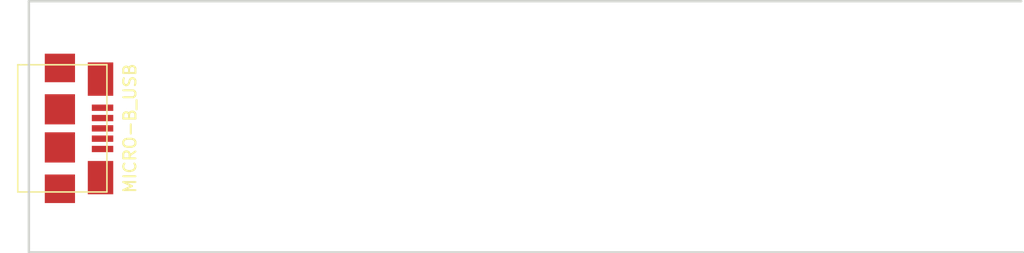
<source format=kicad_pcb>
(kicad_pcb (version 4) (host pcbnew 4.0.4+e1-6308~48~ubuntu16.04.1-stable)

  (general
    (links 0)
    (no_connects 0)
    (area 0 0 0 0)
    (thickness 1.6)
    (drawings 3)
    (tracks 0)
    (zones 0)
    (modules 1)
    (nets 1)
  )

  (page A4)
  (layers
    (0 F.Cu signal)
    (31 B.Cu signal)
    (32 B.Adhes user)
    (33 F.Adhes user)
    (34 B.Paste user)
    (35 F.Paste user)
    (36 B.SilkS user)
    (37 F.SilkS user)
    (38 B.Mask user)
    (39 F.Mask user)
    (40 Dwgs.User user)
    (41 Cmts.User user)
    (42 Eco1.User user)
    (43 Eco2.User user)
    (44 Edge.Cuts user)
    (45 Margin user)
    (46 B.CrtYd user)
    (47 F.CrtYd user)
    (48 B.Fab user)
    (49 F.Fab user)
  )

  (setup
    (last_trace_width 0.25)
    (trace_clearance 0.2)
    (zone_clearance 0.508)
    (zone_45_only no)
    (trace_min 0.2)
    (segment_width 0.2)
    (edge_width 0.15)
    (via_size 0.6)
    (via_drill 0.4)
    (via_min_size 0.4)
    (via_min_drill 0.3)
    (uvia_size 0.3)
    (uvia_drill 0.1)
    (uvias_allowed no)
    (uvia_min_size 0.2)
    (uvia_min_drill 0.1)
    (pcb_text_width 0.3)
    (pcb_text_size 1.5 1.5)
    (mod_edge_width 0.15)
    (mod_text_size 1 1)
    (mod_text_width 0.15)
    (pad_size 1.524 1.524)
    (pad_drill 0.762)
    (pad_to_mask_clearance 0.2)
    (aux_axis_origin 0 0)
    (visible_elements FFFFFF7F)
    (pcbplotparams
      (layerselection 0x00030_80000001)
      (usegerberextensions false)
      (excludeedgelayer true)
      (linewidth 0.100000)
      (plotframeref false)
      (viasonmask false)
      (mode 1)
      (useauxorigin false)
      (hpglpennumber 1)
      (hpglpenspeed 20)
      (hpglpendiameter 15)
      (hpglpenoverlay 2)
      (psnegative false)
      (psa4output false)
      (plotreference true)
      (plotvalue true)
      (plotinvisibletext false)
      (padsonsilk false)
      (subtractmaskfromsilk false)
      (outputformat 1)
      (mirror false)
      (drillshape 1)
      (scaleselection 1)
      (outputdirectory ""))
  )

  (net 0 "")

  (net_class Default "This is the default net class."
    (clearance 0.2)
    (trace_width 0.25)
    (via_dia 0.6)
    (via_drill 0.4)
    (uvia_dia 0.3)
    (uvia_drill 0.1)
  )

  (module open-project:MICRO-B_USB (layer F.Cu) (tedit 58275899) (tstamp 58275C24)
    (at 81.5 77.8 270)
    (fp_text reference MICRO-B_USB (at 0 -5.842 270) (layer F.SilkS)
      (effects (font (size 0.762 0.762) (thickness 0.127)))
    )
    (fp_text value "" (at -0.05 2.09 270) (layer F.SilkS)
      (effects (font (size 0.762 0.762) (thickness 0.127)))
    )
    (fp_line (start -4.0005 1.00076) (end -4.0005 1.19888) (layer F.SilkS) (width 0.09906))
    (fp_line (start 4.0005 1.00076) (end 4.0005 1.19888) (layer F.SilkS) (width 0.09906))
    (fp_line (start -4.0005 -4.39928) (end 4.0005 -4.39928) (layer F.SilkS) (width 0.09906))
    (fp_line (start 4.0005 -4.39928) (end 4.0005 1.00076) (layer F.SilkS) (width 0.09906))
    (fp_line (start 4.0005 1.19888) (end -4.0005 1.19888) (layer F.SilkS) (width 0.09906))
    (fp_line (start -4.0005 1.00076) (end -4.0005 -4.39928) (layer F.SilkS) (width 0.09906))
    (pad "" smd rect (at -1.19888 -1.4478 270) (size 1.89738 1.89738) (layers F.Cu F.Paste F.Mask))
    (pad "" smd rect (at 1.19888 -1.4478 270) (size 1.89992 1.89738) (layers F.Cu F.Paste F.Mask))
    (pad "" smd rect (at 3.79984 -1.4478 270) (size 1.79578 1.89738) (layers F.Cu F.Paste F.Mask))
    (pad "" smd rect (at -3.0988 -3.99796 270) (size 2.0955 1.59766) (layers F.Cu F.Paste F.Mask))
    (pad 1 smd rect (at -1.29794 -4.12496 270) (size 0.39878 1.3462) (layers F.Cu F.Paste F.Mask)
      (clearance 0.2032))
    (pad 2 smd rect (at -0.6477 -4.12496 270) (size 0.39878 1.3462) (layers F.Cu F.Paste F.Mask)
      (clearance 0.2032))
    (pad 3 smd rect (at 0 -4.12496 270) (size 0.39878 1.3462) (layers F.Cu F.Paste F.Mask)
      (clearance 0.2032))
    (pad 4 smd rect (at 0.6477 -4.12496 270) (size 0.39878 1.3462) (layers F.Cu F.Paste F.Mask)
      (clearance 0.2032))
    (pad 5 smd rect (at 1.29794 -4.12496 270) (size 0.39878 1.3462) (layers F.Cu F.Paste F.Mask)
      (clearance 0.2032))
    (pad "" smd rect (at 3.0988 -3.99796 270) (size 2.0955 1.59766) (layers F.Cu F.Paste F.Mask))
    (pad "" smd rect (at -3.79984 -1.4478 270) (size 1.79578 1.89738) (layers F.Cu F.Paste F.Mask))
  )

  (gr_line (start 81 69.8) (end 81 85.6) (angle 90) (layer Edge.Cuts) (width 0.15))
  (gr_line (start 81 69.8) (end 143.3 69.8) (angle 90) (layer Edge.Cuts) (width 0.15) (tstamp 5827581D))
  (gr_line (start 81.1 85.6) (end 143.4 85.6) (angle 90) (layer Edge.Cuts) (width 0.15))

)

</source>
